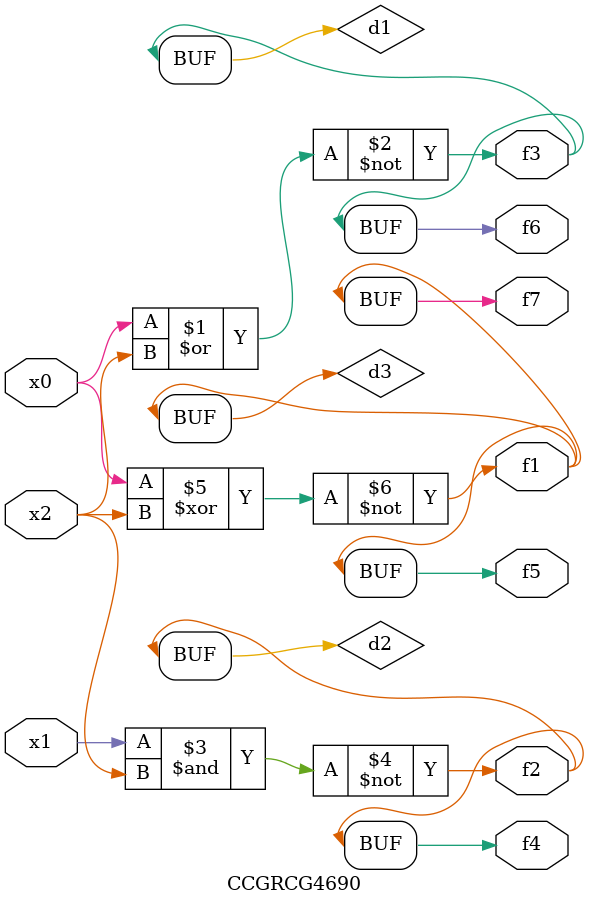
<source format=v>
module CCGRCG4690(
	input x0, x1, x2,
	output f1, f2, f3, f4, f5, f6, f7
);

	wire d1, d2, d3;

	nor (d1, x0, x2);
	nand (d2, x1, x2);
	xnor (d3, x0, x2);
	assign f1 = d3;
	assign f2 = d2;
	assign f3 = d1;
	assign f4 = d2;
	assign f5 = d3;
	assign f6 = d1;
	assign f7 = d3;
endmodule

</source>
